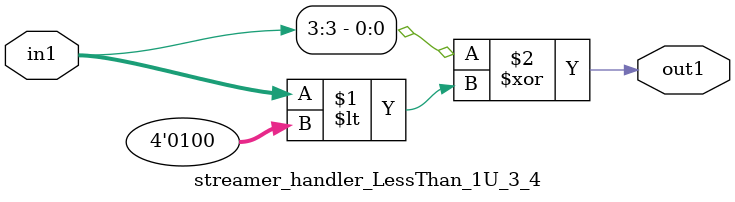
<source format=v>

`timescale 1ps / 1ps


module streamer_handler_LessThan_1U_3_4( in1, out1 );

    input [3:0] in1;
    output out1;

    
    // rtl_process:streamer_handler_LessThan_1U_3_4/streamer_handler_LessThan_1U_3_4_thread_1
    assign out1 = (in1[3] ^ in1 < 4'd04);

endmodule


</source>
